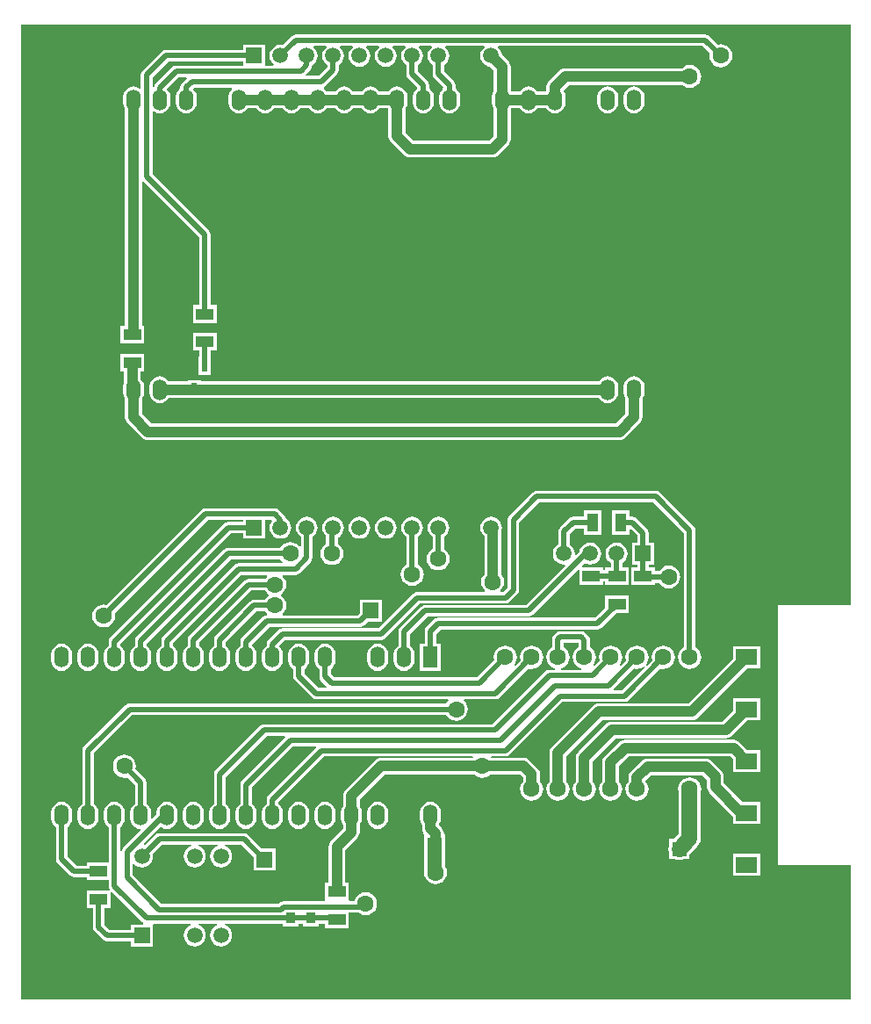
<source format=gbl>
G04 Layer_Physical_Order=2*
G04 Layer_Color=16711680*
%FSLAX25Y25*%
%MOIN*%
G70*
G01*
G75*
%ADD10R,0.06693X0.04331*%
%ADD15C,0.01969*%
%ADD16C,0.03937*%
%ADD17C,0.05906*%
%ADD18C,0.05315*%
%ADD19R,0.05315X0.05315*%
%ADD20C,0.07874*%
%ADD21R,0.05906X0.05906*%
%ADD22C,0.05906*%
%ADD23R,0.05906X0.05906*%
%ADD24R,0.07874X0.07874*%
%ADD25C,0.06299*%
%ADD26R,0.06299X0.06299*%
%ADD27C,0.15748*%
%ADD28O,0.05512X0.07874*%
%ADD29R,0.05512X0.07874*%
%ADD30O,0.05512X0.07874*%
%ADD31R,0.07874X0.05906*%
%ADD32R,0.04331X0.06693*%
%ADD33R,0.02362X0.04528*%
%ADD34R,0.05512X0.12992*%
%ADD35R,0.03740X0.03937*%
G36*
X314961Y200787D02*
Y149606D01*
X287402D01*
Y51181D01*
X314961D01*
Y0D01*
X0D01*
Y200787D01*
Y370079D01*
X314961D01*
Y200787D01*
D02*
G37*
%LPC*%
G36*
X115512Y135073D02*
X114484Y134938D01*
X113526Y134541D01*
X112704Y133910D01*
X112073Y133088D01*
X111676Y132130D01*
X111541Y131102D01*
Y128740D01*
X111676Y127712D01*
X112073Y126755D01*
X112704Y125932D01*
X113304Y125472D01*
Y122677D01*
X113472Y121832D01*
X113951Y121116D01*
X116217Y118850D01*
X116010Y118350D01*
X113119D01*
X107720Y123749D01*
Y125472D01*
X108320Y125932D01*
X108951Y126755D01*
X109347Y127712D01*
X109483Y128740D01*
Y131102D01*
X109347Y132130D01*
X108951Y133088D01*
X108320Y133910D01*
X107497Y134541D01*
X106540Y134938D01*
X105512Y135073D01*
X104484Y134938D01*
X103526Y134541D01*
X102704Y133910D01*
X102073Y133088D01*
X101676Y132130D01*
X101541Y131102D01*
Y128740D01*
X101676Y127712D01*
X102073Y126755D01*
X102704Y125932D01*
X103304Y125472D01*
Y122835D01*
X103472Y121990D01*
X103951Y121274D01*
X110644Y114581D01*
X111360Y114102D01*
X112205Y113934D01*
X162282D01*
X162442Y113461D01*
X162266Y113325D01*
X161590Y112444D01*
X41339D01*
X40494Y112276D01*
X39777Y111797D01*
X23951Y95971D01*
X23472Y95254D01*
X23304Y94410D01*
Y74371D01*
X22704Y73910D01*
X22073Y73088D01*
X21676Y72130D01*
X21541Y71102D01*
Y68740D01*
X21676Y67712D01*
X22073Y66755D01*
X22704Y65932D01*
X23526Y65301D01*
X24484Y64904D01*
X25512Y64769D01*
X26540Y64904D01*
X27497Y65301D01*
X28320Y65932D01*
X28951Y66755D01*
X29348Y67712D01*
X29483Y68740D01*
Y71102D01*
X29348Y72130D01*
X28951Y73088D01*
X28320Y73910D01*
X27720Y74371D01*
Y93495D01*
X42253Y108028D01*
X161590D01*
X162266Y107148D01*
X163170Y106453D01*
X164224Y106017D01*
X165354Y105868D01*
X166485Y106017D01*
X167538Y106453D01*
X168443Y107148D01*
X169137Y108052D01*
X169574Y109106D01*
X169722Y110236D01*
X169574Y111367D01*
X169137Y112420D01*
X168443Y113325D01*
X168266Y113461D01*
X168427Y113934D01*
X180157D01*
X181002Y114102D01*
X181719Y114581D01*
X192836Y125698D01*
X193937Y125553D01*
X195068Y125702D01*
X196121Y126138D01*
X197026Y126833D01*
X197720Y127737D01*
X198156Y128791D01*
X198305Y129921D01*
X198156Y131052D01*
X197720Y132105D01*
X197026Y133010D01*
X196121Y133704D01*
X195068Y134141D01*
X193937Y134289D01*
X192806Y134141D01*
X191753Y133704D01*
X190848Y133010D01*
X190154Y132105D01*
X189718Y131052D01*
X189569Y129921D01*
X189714Y128820D01*
X187681Y126788D01*
X187621Y126787D01*
X187476Y126960D01*
X187371Y127283D01*
X187720Y127737D01*
X188156Y128791D01*
X188305Y129921D01*
X188156Y131052D01*
X187720Y132105D01*
X187026Y133010D01*
X186121Y133704D01*
X185068Y134141D01*
X183937Y134289D01*
X182807Y134141D01*
X181753Y133704D01*
X180848Y133010D01*
X180154Y132105D01*
X179718Y131052D01*
X179569Y129921D01*
X179714Y128820D01*
X173180Y122286D01*
X119025D01*
X117720Y123592D01*
Y125472D01*
X118320Y125932D01*
X118951Y126755D01*
X119348Y127712D01*
X119483Y128740D01*
Y131102D01*
X119348Y132130D01*
X118951Y133088D01*
X118320Y133910D01*
X117497Y134541D01*
X116540Y134938D01*
X115512Y135073D01*
D02*
G37*
G36*
X15512D02*
X14484Y134938D01*
X13526Y134541D01*
X12704Y133910D01*
X12073Y133088D01*
X11676Y132130D01*
X11541Y131102D01*
Y128740D01*
X11676Y127712D01*
X12073Y126755D01*
X12704Y125932D01*
X13526Y125301D01*
X14484Y124905D01*
X15512Y124769D01*
X16540Y124905D01*
X17497Y125301D01*
X18320Y125932D01*
X18951Y126755D01*
X19347Y127712D01*
X19483Y128740D01*
Y131102D01*
X19347Y132130D01*
X18951Y133088D01*
X18320Y133910D01*
X17497Y134541D01*
X16540Y134938D01*
X15512Y135073D01*
D02*
G37*
G36*
X280709Y114370D02*
X270472D01*
Y109611D01*
X266401Y105539D01*
X224409D01*
X223587Y105431D01*
X222821Y105113D01*
X222163Y104609D01*
X211691Y94136D01*
X211186Y93478D01*
X210869Y92712D01*
X210760Y91890D01*
Y82895D01*
X210154Y82105D01*
X209718Y81052D01*
X209569Y79921D01*
X209718Y78791D01*
X210154Y77737D01*
X210848Y76833D01*
X211753Y76138D01*
X212807Y75702D01*
X213937Y75553D01*
X215068Y75702D01*
X216121Y76138D01*
X217026Y76833D01*
X217720Y77737D01*
X218156Y78791D01*
X218305Y79921D01*
X218156Y81052D01*
X217720Y82105D01*
X217114Y82895D01*
Y90574D01*
X225725Y99185D01*
X267717D01*
X268539Y99294D01*
X269305Y99611D01*
X269963Y100116D01*
X275949Y106102D01*
X280709D01*
Y114370D01*
D02*
G37*
G36*
X270669Y98649D02*
X229331D01*
X228508Y98541D01*
X227742Y98224D01*
X227084Y97719D01*
X221691Y92325D01*
X221186Y91667D01*
X220868Y90901D01*
X220760Y90079D01*
Y82895D01*
X220154Y82105D01*
X219718Y81052D01*
X219569Y79921D01*
X219718Y78791D01*
X220154Y77737D01*
X220848Y76833D01*
X221753Y76138D01*
X222807Y75702D01*
X223937Y75553D01*
X225067Y75702D01*
X226121Y76138D01*
X227026Y76833D01*
X227720Y77737D01*
X228156Y78791D01*
X228305Y79921D01*
X228156Y81052D01*
X227720Y82105D01*
X227114Y82895D01*
Y88763D01*
X230647Y92296D01*
X269353D01*
X270472Y91177D01*
Y86417D01*
X280709D01*
Y94685D01*
X275949D01*
X272916Y97719D01*
X272258Y98224D01*
X271492Y98541D01*
X270669Y98649D01*
D02*
G37*
G36*
X230906Y153543D02*
X221850D01*
Y148792D01*
X217983Y144924D01*
X158465D01*
X157620Y144756D01*
X156903Y144278D01*
X153951Y141325D01*
X153472Y140609D01*
X153304Y139764D01*
Y135039D01*
X151575D01*
Y124803D01*
X159449D01*
Y135039D01*
X157720D01*
Y138849D01*
X159379Y140509D01*
X218898D01*
X219742Y140677D01*
X220459Y141155D01*
X226154Y146850D01*
X230906D01*
Y153543D01*
D02*
G37*
G36*
X212795Y139806D02*
X204724D01*
X203879Y139638D01*
X203163Y139160D01*
X202376Y138372D01*
X201897Y137656D01*
X201729Y136811D01*
Y133686D01*
X200848Y133010D01*
X200154Y132105D01*
X199718Y131052D01*
X199569Y129921D01*
X199718Y128791D01*
X200154Y127737D01*
X200848Y126833D01*
X201753Y126138D01*
X202806Y125702D01*
X202684Y125239D01*
X200787D01*
X199943Y125071D01*
X199226Y124593D01*
X179204Y104570D01*
X92520D01*
X91675Y104402D01*
X90959Y103923D01*
X73951Y86915D01*
X73472Y86199D01*
X73304Y85354D01*
Y74371D01*
X72704Y73910D01*
X72073Y73088D01*
X71676Y72130D01*
X71541Y71102D01*
Y68740D01*
X71676Y67712D01*
X72073Y66755D01*
X72704Y65932D01*
X73526Y65301D01*
X74484Y64904D01*
X75512Y64769D01*
X76540Y64904D01*
X77497Y65301D01*
X78320Y65932D01*
X78951Y66755D01*
X79347Y67712D01*
X79483Y68740D01*
Y71102D01*
X79347Y72130D01*
X78951Y73088D01*
X78320Y73910D01*
X77720Y74371D01*
Y84440D01*
X93434Y100154D01*
X100262D01*
X100469Y99654D01*
X83951Y83136D01*
X83472Y82420D01*
X83304Y81575D01*
Y74371D01*
X82704Y73910D01*
X82073Y73088D01*
X81676Y72130D01*
X81541Y71102D01*
Y68740D01*
X81676Y67712D01*
X82073Y66755D01*
X82704Y65932D01*
X83526Y65301D01*
X84484Y64904D01*
X85512Y64769D01*
X86540Y64904D01*
X87497Y65301D01*
X88320Y65932D01*
X88951Y66755D01*
X89347Y67712D01*
X89483Y68740D01*
Y71102D01*
X89347Y72130D01*
X88951Y73088D01*
X88320Y73910D01*
X87720Y74371D01*
Y80660D01*
X103277Y96217D01*
X112073D01*
X112280Y95717D01*
X93951Y77388D01*
X93472Y76672D01*
X93304Y75827D01*
Y74371D01*
X92704Y73910D01*
X92073Y73088D01*
X91676Y72130D01*
X91541Y71102D01*
Y68740D01*
X91676Y67712D01*
X92073Y66755D01*
X92704Y65932D01*
X93526Y65301D01*
X94484Y64904D01*
X95512Y64769D01*
X96540Y64904D01*
X97497Y65301D01*
X98320Y65932D01*
X98951Y66755D01*
X99348Y67712D01*
X99483Y68740D01*
Y71102D01*
X99348Y72130D01*
X98951Y73088D01*
X98320Y73910D01*
X97720Y74371D01*
Y74912D01*
X115088Y92280D01*
X171531D01*
X171788Y91780D01*
X171773Y91760D01*
X136811D01*
X135989Y91651D01*
X135223Y91334D01*
X134565Y90829D01*
X123266Y79530D01*
X122761Y78872D01*
X122443Y78106D01*
X122335Y77284D01*
Y73430D01*
X122073Y73088D01*
X121676Y72130D01*
X121541Y71102D01*
Y68740D01*
X121676Y67712D01*
X122073Y66755D01*
X122335Y66413D01*
Y64820D01*
X117832Y60317D01*
X117328Y59659D01*
X117010Y58893D01*
X116902Y58071D01*
Y44390D01*
X115551D01*
Y37846D01*
X115551Y37697D01*
X115197Y37346D01*
X99792D01*
X98947Y37178D01*
X98231Y36699D01*
X97893Y36361D01*
X53375D01*
X42562Y47174D01*
Y51313D01*
X43036Y51474D01*
X43075Y51422D01*
X43939Y50759D01*
X44945Y50343D01*
X46024Y50200D01*
X47103Y50343D01*
X48108Y50759D01*
X48972Y51422D01*
X49635Y52285D01*
X50051Y53291D01*
X50193Y54370D01*
X50071Y55295D01*
X53592Y58816D01*
X64648D01*
X64747Y58316D01*
X63939Y57981D01*
X63075Y57318D01*
X62413Y56455D01*
X61996Y55449D01*
X61854Y54370D01*
X61996Y53291D01*
X62413Y52285D01*
X63075Y51422D01*
X63939Y50759D01*
X64944Y50343D01*
X66024Y50200D01*
X67103Y50343D01*
X68108Y50759D01*
X68972Y51422D01*
X69634Y52285D01*
X70051Y53291D01*
X70193Y54370D01*
X70051Y55449D01*
X69634Y56455D01*
X68972Y57318D01*
X68108Y57981D01*
X67300Y58316D01*
X67399Y58816D01*
X74648D01*
X74747Y58316D01*
X73939Y57981D01*
X73075Y57318D01*
X72413Y56455D01*
X71996Y55449D01*
X71854Y54370D01*
X71996Y53291D01*
X72413Y52285D01*
X73075Y51422D01*
X73939Y50759D01*
X74945Y50343D01*
X76024Y50200D01*
X77103Y50343D01*
X78108Y50759D01*
X78972Y51422D01*
X79634Y52285D01*
X80051Y53291D01*
X80193Y54370D01*
X80051Y55449D01*
X79634Y56455D01*
X78972Y57318D01*
X78108Y57981D01*
X77300Y58316D01*
X77399Y58816D01*
X83731D01*
X88386Y54161D01*
Y49016D01*
X96653D01*
Y57284D01*
X91508D01*
X86207Y62585D01*
X85491Y63063D01*
X84646Y63231D01*
X52677D01*
X51832Y63063D01*
X51116Y62585D01*
X47102Y58570D01*
X46863Y58618D01*
X46698Y59160D01*
X53137Y65600D01*
X53526Y65301D01*
X54484Y64904D01*
X55512Y64769D01*
X56540Y64904D01*
X57497Y65301D01*
X58320Y65932D01*
X58951Y66755D01*
X59347Y67712D01*
X59483Y68740D01*
Y71102D01*
X59347Y72130D01*
X58951Y73088D01*
X58320Y73910D01*
X57497Y74541D01*
X56540Y74938D01*
X55512Y75073D01*
X54484Y74938D01*
X53526Y74541D01*
X52704Y73910D01*
X52073Y73088D01*
X51676Y72130D01*
X51541Y71102D01*
Y70248D01*
X49947Y68654D01*
X49483Y68897D01*
Y71102D01*
X49347Y72130D01*
X48951Y73088D01*
X48320Y73910D01*
X47720Y74371D01*
Y82441D01*
X47552Y83286D01*
X47073Y84002D01*
X43593Y87482D01*
X43738Y88583D01*
X43589Y89713D01*
X43153Y90767D01*
X42459Y91671D01*
X41554Y92365D01*
X40501Y92802D01*
X39370Y92951D01*
X38239Y92802D01*
X37186Y92365D01*
X36281Y91671D01*
X35587Y90767D01*
X35151Y89713D01*
X35002Y88583D01*
X35151Y87452D01*
X35587Y86399D01*
X36281Y85494D01*
X37186Y84800D01*
X38239Y84363D01*
X39370Y84215D01*
X40471Y84360D01*
X43304Y81526D01*
Y74371D01*
X42704Y73910D01*
X42073Y73088D01*
X41676Y72130D01*
X41541Y71102D01*
Y68740D01*
X41676Y67712D01*
X42073Y66755D01*
X42704Y65932D01*
X43526Y65301D01*
X44484Y64904D01*
X45373Y64787D01*
X45611Y64317D01*
X38793Y57500D01*
X38315Y56784D01*
X38220Y56306D01*
X37720Y56355D01*
Y65472D01*
X38320Y65932D01*
X38951Y66755D01*
X39347Y67712D01*
X39483Y68740D01*
Y71102D01*
X39347Y72130D01*
X38951Y73088D01*
X38320Y73910D01*
X37497Y74541D01*
X36540Y74938D01*
X35512Y75073D01*
X34484Y74938D01*
X33526Y74541D01*
X32704Y73910D01*
X32073Y73088D01*
X31676Y72130D01*
X31541Y71102D01*
Y68740D01*
X31676Y67712D01*
X32073Y66755D01*
X32704Y65932D01*
X33304Y65472D01*
Y51968D01*
X25000D01*
Y50830D01*
X21190D01*
X17720Y54300D01*
Y65472D01*
X18320Y65932D01*
X18951Y66755D01*
X19347Y67712D01*
X19483Y68740D01*
Y71102D01*
X19347Y72130D01*
X18951Y73088D01*
X18320Y73910D01*
X17497Y74541D01*
X16540Y74938D01*
X15512Y75073D01*
X14484Y74938D01*
X13526Y74541D01*
X12704Y73910D01*
X12073Y73088D01*
X11676Y72130D01*
X11541Y71102D01*
Y68740D01*
X11676Y67712D01*
X12073Y66755D01*
X12704Y65932D01*
X13304Y65472D01*
Y53386D01*
X13472Y52541D01*
X13951Y51825D01*
X18714Y47061D01*
X19431Y46582D01*
X20276Y46414D01*
X25000D01*
Y45276D01*
X33304D01*
Y43228D01*
X33472Y42384D01*
X33836Y41839D01*
X33628Y41375D01*
X33587Y41339D01*
X25000D01*
Y34646D01*
X27320D01*
Y27559D01*
X27488Y26714D01*
X27966Y25998D01*
X31155Y22809D01*
X31872Y22330D01*
X32717Y22162D01*
X41890D01*
Y20236D01*
X50157D01*
Y28296D01*
X50157Y28504D01*
X50536Y28796D01*
X64600D01*
X64700Y28296D01*
X63939Y27981D01*
X63075Y27318D01*
X62413Y26455D01*
X61996Y25449D01*
X61854Y24370D01*
X61996Y23291D01*
X62413Y22285D01*
X63075Y21422D01*
X63939Y20759D01*
X64944Y20343D01*
X66024Y20201D01*
X67103Y20343D01*
X68108Y20759D01*
X68972Y21422D01*
X69634Y22285D01*
X70051Y23291D01*
X70193Y24370D01*
X70051Y25449D01*
X69634Y26455D01*
X68972Y27318D01*
X68108Y27981D01*
X67347Y28296D01*
X67447Y28796D01*
X74600D01*
X74700Y28296D01*
X73939Y27981D01*
X73075Y27318D01*
X72413Y26455D01*
X71996Y25449D01*
X71854Y24370D01*
X71996Y23291D01*
X72413Y22285D01*
X73075Y21422D01*
X73939Y20759D01*
X74945Y20343D01*
X76024Y20201D01*
X77103Y20343D01*
X78108Y20759D01*
X78972Y21422D01*
X79634Y22285D01*
X80051Y23291D01*
X80193Y24370D01*
X80051Y25449D01*
X79634Y26455D01*
X78972Y27318D01*
X78108Y27981D01*
X77347Y28296D01*
X77447Y28796D01*
X99508D01*
Y27854D01*
X105610D01*
Y28796D01*
X106988D01*
Y27854D01*
X113091D01*
Y28796D01*
X115551D01*
Y27067D01*
X124606D01*
Y32930D01*
X128336D01*
X128721Y32634D01*
X129775Y32198D01*
X130905Y32049D01*
X132036Y32198D01*
X133090Y32634D01*
X133994Y33329D01*
X134688Y34233D01*
X135125Y35287D01*
X135274Y36417D01*
X135125Y37548D01*
X134688Y38601D01*
X133994Y39506D01*
X133090Y40200D01*
X132036Y40637D01*
X130905Y40785D01*
X129775Y40637D01*
X128721Y40200D01*
X127817Y39506D01*
X127123Y38601D01*
X126686Y37548D01*
X126660Y37346D01*
X124961D01*
X124606Y37697D01*
X124606Y37846D01*
Y44390D01*
X123256D01*
Y56755D01*
X127758Y61258D01*
X128263Y61915D01*
X128580Y62682D01*
X128689Y63504D01*
Y66413D01*
X128951Y66755D01*
X129348Y67712D01*
X129483Y68740D01*
Y71102D01*
X129348Y72130D01*
X128951Y73088D01*
X128689Y73430D01*
Y75968D01*
X138127Y85406D01*
X172223D01*
X173013Y84800D01*
X174066Y84364D01*
X175197Y84215D01*
X176327Y84364D01*
X177381Y84800D01*
X178171Y85406D01*
X189629D01*
X190760Y84275D01*
Y82895D01*
X190154Y82105D01*
X189718Y81052D01*
X189569Y79921D01*
X189718Y78791D01*
X190154Y77737D01*
X190848Y76833D01*
X191753Y76138D01*
X192806Y75702D01*
X193937Y75553D01*
X195068Y75702D01*
X196121Y76138D01*
X197026Y76833D01*
X197720Y77737D01*
X198156Y78791D01*
X198305Y79921D01*
X198156Y81052D01*
X197720Y82105D01*
X197114Y82895D01*
Y85590D01*
X197005Y86413D01*
X196688Y87179D01*
X196183Y87837D01*
X193191Y90829D01*
X192533Y91334D01*
X191767Y91651D01*
X190945Y91760D01*
X178621D01*
X178606Y91780D01*
X178863Y92280D01*
X184055D01*
X184900Y92449D01*
X185616Y92927D01*
X205639Y112950D01*
X229173D01*
X230018Y113118D01*
X230734Y113596D01*
X242836Y125698D01*
X243937Y125553D01*
X245068Y125702D01*
X246121Y126138D01*
X247026Y126833D01*
X247720Y127737D01*
X248156Y128791D01*
X248305Y129921D01*
X248156Y131052D01*
X247720Y132105D01*
X247026Y133010D01*
X246121Y133704D01*
X245068Y134141D01*
X243937Y134289D01*
X242807Y134141D01*
X241753Y133704D01*
X240848Y133010D01*
X240154Y132105D01*
X239718Y131052D01*
X239569Y129921D01*
X239714Y128820D01*
X237681Y126788D01*
X237621Y126787D01*
X237476Y126960D01*
X237371Y127283D01*
X237720Y127737D01*
X238156Y128791D01*
X238305Y129921D01*
X238156Y131052D01*
X237720Y132105D01*
X237026Y133010D01*
X236121Y133704D01*
X235068Y134141D01*
X233937Y134289D01*
X232806Y134141D01*
X231753Y133704D01*
X230848Y133010D01*
X230154Y132105D01*
X229718Y131052D01*
X229569Y129921D01*
X229714Y128820D01*
X227681Y126788D01*
X227621Y126787D01*
X227476Y126960D01*
X227371Y127283D01*
X227720Y127737D01*
X228156Y128791D01*
X228305Y129921D01*
X228156Y131052D01*
X227720Y132105D01*
X227026Y133010D01*
X226121Y133704D01*
X225067Y134141D01*
X223937Y134289D01*
X222807Y134141D01*
X221753Y133704D01*
X220848Y133010D01*
X220154Y132105D01*
X219718Y131052D01*
X219569Y129921D01*
X219714Y128820D01*
X217681Y126788D01*
X217621Y126787D01*
X217476Y126960D01*
X217371Y127283D01*
X217720Y127737D01*
X218156Y128791D01*
X218305Y129921D01*
X218156Y131052D01*
X217720Y132105D01*
X217026Y133010D01*
X216145Y133686D01*
Y136457D01*
X215977Y137302D01*
X215498Y138018D01*
X214356Y139160D01*
X213640Y139638D01*
X212795Y139806D01*
D02*
G37*
G36*
X25512Y135073D02*
X24484Y134938D01*
X23526Y134541D01*
X22704Y133910D01*
X22073Y133088D01*
X21676Y132130D01*
X21541Y131102D01*
Y128740D01*
X21676Y127712D01*
X22073Y126755D01*
X22704Y125932D01*
X23526Y125301D01*
X24484Y124905D01*
X25512Y124769D01*
X26540Y124905D01*
X27497Y125301D01*
X28320Y125932D01*
X28951Y126755D01*
X29348Y127712D01*
X29483Y128740D01*
Y131102D01*
X29348Y132130D01*
X28951Y133088D01*
X28320Y133910D01*
X27497Y134541D01*
X26540Y134938D01*
X25512Y135073D01*
D02*
G37*
G36*
X135512D02*
X134484Y134938D01*
X133526Y134541D01*
X132704Y133910D01*
X132073Y133088D01*
X131676Y132130D01*
X131541Y131102D01*
Y128740D01*
X131676Y127712D01*
X132073Y126755D01*
X132704Y125932D01*
X133526Y125301D01*
X134484Y124905D01*
X135512Y124769D01*
X136540Y124905D01*
X137497Y125301D01*
X138320Y125932D01*
X138951Y126755D01*
X139348Y127712D01*
X139483Y128740D01*
Y131102D01*
X139348Y132130D01*
X138951Y133088D01*
X138320Y133910D01*
X137497Y134541D01*
X136540Y134938D01*
X135512Y135073D01*
D02*
G37*
G36*
X280709Y134055D02*
X270472D01*
Y129296D01*
X253605Y112429D01*
X219488D01*
X218666Y112320D01*
X217900Y112003D01*
X217242Y111498D01*
X201691Y95947D01*
X201186Y95289D01*
X200869Y94523D01*
X200760Y93701D01*
Y82895D01*
X200154Y82105D01*
X199718Y81052D01*
X199569Y79921D01*
X199718Y78791D01*
X200154Y77737D01*
X200848Y76833D01*
X201753Y76138D01*
X202806Y75702D01*
X203937Y75553D01*
X205067Y75702D01*
X206121Y76138D01*
X207026Y76833D01*
X207720Y77737D01*
X208156Y78791D01*
X208305Y79921D01*
X208156Y81052D01*
X207720Y82105D01*
X207114Y82895D01*
Y92385D01*
X220804Y106075D01*
X254921D01*
X255744Y106183D01*
X256510Y106501D01*
X257168Y107006D01*
X275949Y125787D01*
X280709D01*
Y134055D01*
D02*
G37*
G36*
X253937Y84289D02*
X252806Y84140D01*
X251753Y83704D01*
X250848Y83010D01*
X250154Y82105D01*
X249718Y81052D01*
X249569Y79921D01*
X249718Y78791D01*
X249767Y78671D01*
Y62751D01*
X247942Y60925D01*
X246161D01*
Y58622D01*
X245973Y58166D01*
X245830Y57087D01*
X245973Y56007D01*
X246161Y55551D01*
Y53248D01*
X248465D01*
X248921Y53059D01*
X250000Y52917D01*
X251079Y53059D01*
X251535Y53248D01*
X253839D01*
Y55029D01*
X256885Y58075D01*
X257548Y58939D01*
X257964Y59944D01*
X258106Y61024D01*
Y78671D01*
X258156Y78791D01*
X258305Y79921D01*
X258156Y81052D01*
X257720Y82105D01*
X257026Y83010D01*
X256121Y83704D01*
X255067Y84140D01*
X253937Y84289D01*
D02*
G37*
G36*
X65512Y75073D02*
X64484Y74938D01*
X63526Y74541D01*
X62704Y73910D01*
X62073Y73088D01*
X61676Y72130D01*
X61541Y71102D01*
Y68740D01*
X61676Y67712D01*
X62073Y66755D01*
X62704Y65932D01*
X63526Y65301D01*
X64484Y64904D01*
X65512Y64769D01*
X66540Y64904D01*
X67497Y65301D01*
X68320Y65932D01*
X68951Y66755D01*
X69348Y67712D01*
X69483Y68740D01*
Y71102D01*
X69348Y72130D01*
X68951Y73088D01*
X68320Y73910D01*
X67497Y74541D01*
X66540Y74938D01*
X65512Y75073D01*
D02*
G37*
G36*
X155512D02*
X154484Y74938D01*
X153526Y74541D01*
X152704Y73910D01*
X152073Y73088D01*
X151676Y72130D01*
X151541Y71102D01*
Y68740D01*
X151676Y67712D01*
X152073Y66755D01*
X152335Y66413D01*
Y64961D01*
X152443Y64138D01*
X152761Y63372D01*
X152903Y63186D01*
X153150Y62795D01*
X153150D01*
X153150Y62795D01*
Y48512D01*
X153112Y48228D01*
X153150Y47945D01*
Y47441D01*
X153216D01*
X153261Y47098D01*
X153698Y46044D01*
X154392Y45140D01*
X155296Y44445D01*
X156350Y44009D01*
X157480Y43860D01*
X158611Y44009D01*
X159664Y44445D01*
X160569Y45140D01*
X161263Y46044D01*
X161699Y47098D01*
X161848Y48228D01*
X161699Y49359D01*
X161263Y50412D01*
X161024Y50725D01*
Y62795D01*
X160657D01*
Y62992D01*
X160549Y63814D01*
X160231Y64581D01*
X159727Y65238D01*
X158689Y66277D01*
Y66413D01*
X158951Y66755D01*
X159347Y67712D01*
X159483Y68740D01*
Y71102D01*
X159347Y72130D01*
X158951Y73088D01*
X158320Y73910D01*
X157497Y74541D01*
X156540Y74938D01*
X155512Y75073D01*
D02*
G37*
G36*
X280709Y55315D02*
X270472D01*
Y47047D01*
X280709D01*
Y55315D01*
D02*
G37*
G36*
X135512Y75073D02*
X134484Y74938D01*
X133526Y74541D01*
X132704Y73910D01*
X132073Y73088D01*
X131676Y72130D01*
X131541Y71102D01*
Y68740D01*
X131676Y67712D01*
X132073Y66755D01*
X132704Y65932D01*
X133526Y65301D01*
X134484Y64904D01*
X135512Y64769D01*
X136540Y64904D01*
X137497Y65301D01*
X138320Y65932D01*
X138951Y66755D01*
X139348Y67712D01*
X139483Y68740D01*
Y71102D01*
X139348Y72130D01*
X138951Y73088D01*
X138320Y73910D01*
X137497Y74541D01*
X136540Y74938D01*
X135512Y75073D01*
D02*
G37*
G36*
X260039Y91563D02*
X237992D01*
X237170Y91454D01*
X236404Y91137D01*
X235746Y90632D01*
X231691Y86577D01*
X231186Y85919D01*
X230869Y85153D01*
X230760Y84331D01*
Y82895D01*
X230154Y82105D01*
X229718Y81052D01*
X229569Y79921D01*
X229718Y78791D01*
X230154Y77737D01*
X230848Y76833D01*
X231753Y76138D01*
X232806Y75702D01*
X233937Y75553D01*
X235068Y75702D01*
X236121Y76138D01*
X237026Y76833D01*
X237720Y77737D01*
X238156Y78791D01*
X238305Y79921D01*
X238156Y81052D01*
X237720Y82105D01*
X237114Y82895D01*
Y83015D01*
X239308Y85209D01*
X258723D01*
X260603Y83330D01*
Y80709D01*
X260711Y79887D01*
X261028Y79120D01*
X261533Y78462D01*
X270472Y69523D01*
Y66732D01*
X280709D01*
Y75000D01*
X273981D01*
X266956Y82025D01*
Y84646D01*
X266848Y85468D01*
X266531Y86234D01*
X266026Y86892D01*
X262286Y90632D01*
X261628Y91137D01*
X260862Y91454D01*
X260039Y91563D01*
D02*
G37*
G36*
X105512Y75073D02*
X104484Y74938D01*
X103526Y74541D01*
X102704Y73910D01*
X102073Y73088D01*
X101676Y72130D01*
X101541Y71102D01*
Y68740D01*
X101676Y67712D01*
X102073Y66755D01*
X102704Y65932D01*
X103526Y65301D01*
X104484Y64904D01*
X105512Y64769D01*
X106540Y64904D01*
X107497Y65301D01*
X108320Y65932D01*
X108951Y66755D01*
X109347Y67712D01*
X109483Y68740D01*
Y71102D01*
X109347Y72130D01*
X108951Y73088D01*
X108320Y73910D01*
X107497Y74541D01*
X106540Y74938D01*
X105512Y75073D01*
D02*
G37*
G36*
X115512D02*
X114484Y74938D01*
X113526Y74541D01*
X112704Y73910D01*
X112073Y73088D01*
X111676Y72130D01*
X111541Y71102D01*
Y68740D01*
X111676Y67712D01*
X112073Y66755D01*
X112704Y65932D01*
X113526Y65301D01*
X114484Y64904D01*
X115512Y64769D01*
X116540Y64904D01*
X117497Y65301D01*
X118320Y65932D01*
X118951Y66755D01*
X119348Y67712D01*
X119483Y68740D01*
Y71102D01*
X119348Y72130D01*
X118951Y73088D01*
X118320Y73910D01*
X117497Y74541D01*
X116540Y74938D01*
X115512Y75073D01*
D02*
G37*
G36*
X241142Y193153D02*
X195866D01*
X195021Y192985D01*
X194305Y192506D01*
X185447Y183648D01*
X184968Y182931D01*
X184800Y182087D01*
Y156426D01*
X183141Y154767D01*
X182207D01*
X182046Y155240D01*
X182223Y155376D01*
X182917Y156281D01*
X183353Y157334D01*
X183502Y158465D01*
X183353Y159595D01*
X182917Y160649D01*
X182311Y161439D01*
Y177332D01*
X182610Y178055D01*
X182752Y179134D01*
X182610Y180213D01*
X182194Y181219D01*
X181531Y182082D01*
X180667Y182745D01*
X179662Y183161D01*
X178583Y183303D01*
X177504Y183161D01*
X176498Y182745D01*
X175634Y182082D01*
X174972Y181219D01*
X174555Y180213D01*
X174413Y179134D01*
X174555Y178055D01*
X174972Y177049D01*
X175634Y176186D01*
X175957Y175938D01*
Y161439D01*
X175351Y160649D01*
X174915Y159595D01*
X174766Y158465D01*
X174915Y157334D01*
X175351Y156281D01*
X176045Y155376D01*
X176222Y155240D01*
X176061Y154767D01*
X150591D01*
X149746Y154599D01*
X149029Y154120D01*
X135897Y140987D01*
X99410D01*
X98565Y140819D01*
X97848Y140341D01*
X93951Y136443D01*
X93472Y135727D01*
X93304Y134882D01*
Y134371D01*
X92704Y133910D01*
X92073Y133088D01*
X91676Y132130D01*
X91541Y131102D01*
Y128740D01*
X91676Y127712D01*
X92073Y126755D01*
X92704Y125932D01*
X93526Y125301D01*
X94484Y124905D01*
X95512Y124769D01*
X96540Y124905D01*
X97497Y125301D01*
X98320Y125932D01*
X98951Y126755D01*
X99348Y127712D01*
X99483Y128740D01*
Y131102D01*
X99348Y132130D01*
X98951Y133088D01*
X98320Y133910D01*
X98249Y133965D01*
X98216Y134464D01*
X100324Y136572D01*
X136811D01*
X137656Y136740D01*
X138372Y137218D01*
X151505Y150351D01*
X184055D01*
X184900Y150519D01*
X185616Y150998D01*
X188569Y153951D01*
X189048Y154667D01*
X189216Y155512D01*
Y181172D01*
X196781Y188737D01*
X240227D01*
X251729Y177235D01*
Y133686D01*
X250848Y133010D01*
X250154Y132105D01*
X249718Y131052D01*
X249569Y129921D01*
X249718Y128791D01*
X250154Y127737D01*
X250848Y126833D01*
X251753Y126138D01*
X252806Y125702D01*
X253937Y125553D01*
X255067Y125702D01*
X256121Y126138D01*
X257026Y126833D01*
X257720Y127737D01*
X258156Y128791D01*
X258305Y129921D01*
X258156Y131052D01*
X257720Y132105D01*
X257026Y133010D01*
X256145Y133686D01*
Y178150D01*
X255977Y178995D01*
X255498Y179711D01*
X242703Y192506D01*
X241987Y192985D01*
X241142Y193153D01*
D02*
G37*
G36*
X46850Y245079D02*
X37795D01*
Y238386D01*
X39146D01*
Y234194D01*
X38960Y233744D01*
X38824Y232716D01*
Y230354D01*
X38960Y229327D01*
X39356Y228369D01*
X39619Y228027D01*
Y220984D01*
X39727Y220162D01*
X40044Y219396D01*
X40549Y218738D01*
X45982Y213305D01*
X46640Y212800D01*
X47406Y212483D01*
X48228Y212374D01*
X227362D01*
X228184Y212483D01*
X228951Y212800D01*
X229608Y213305D01*
X235042Y218738D01*
X235546Y219396D01*
X235864Y220162D01*
X235972Y220984D01*
Y228027D01*
X236234Y228369D01*
X236631Y229327D01*
X236766Y230354D01*
Y232716D01*
X236631Y233744D01*
X236234Y234702D01*
X235603Y235524D01*
X234781Y236156D01*
X233823Y236552D01*
X232795Y236687D01*
X231768Y236552D01*
X230810Y236156D01*
X229987Y235524D01*
X229356Y234702D01*
X228960Y233744D01*
X228824Y232716D01*
Y230354D01*
X228960Y229327D01*
X229356Y228369D01*
X229619Y228027D01*
Y222300D01*
X226046Y218728D01*
X49544D01*
X45972Y222300D01*
Y228027D01*
X46234Y228369D01*
X46631Y229327D01*
X46766Y230354D01*
Y232716D01*
X46631Y233744D01*
X46234Y234702D01*
X45603Y235524D01*
X45500Y235604D01*
Y238386D01*
X46850D01*
Y245079D01*
D02*
G37*
G36*
X222795Y236687D02*
X221767Y236552D01*
X220810Y236156D01*
X219987Y235524D01*
X219364Y234712D01*
X68307D01*
Y235236D01*
X63583D01*
Y234712D01*
X56226D01*
X55603Y235524D01*
X54781Y236156D01*
X53823Y236552D01*
X52795Y236687D01*
X51767Y236552D01*
X50810Y236156D01*
X49987Y235524D01*
X49356Y234702D01*
X48960Y233744D01*
X48824Y232716D01*
Y230354D01*
X48960Y229327D01*
X49356Y228369D01*
X49987Y227546D01*
X50810Y226915D01*
X51767Y226519D01*
X52795Y226383D01*
X53823Y226519D01*
X54781Y226915D01*
X55603Y227546D01*
X56226Y228359D01*
X63583D01*
Y228346D01*
X68307D01*
Y228359D01*
X219364D01*
X219987Y227546D01*
X220810Y226915D01*
X221767Y226519D01*
X222795Y226383D01*
X223823Y226519D01*
X224781Y226915D01*
X225603Y227546D01*
X226234Y228369D01*
X226631Y229327D01*
X226766Y230354D01*
Y232716D01*
X226631Y233744D01*
X226234Y234702D01*
X225603Y235524D01*
X224781Y236156D01*
X223823Y236552D01*
X222795Y236687D01*
D02*
G37*
G36*
X138583Y183303D02*
X137504Y183161D01*
X136498Y182745D01*
X135634Y182082D01*
X134972Y181219D01*
X134555Y180213D01*
X134413Y179134D01*
X134555Y178055D01*
X134972Y177049D01*
X135634Y176186D01*
X136498Y175523D01*
X137504Y175106D01*
X138583Y174964D01*
X139662Y175106D01*
X140667Y175523D01*
X141531Y176186D01*
X142194Y177049D01*
X142610Y178055D01*
X142752Y179134D01*
X142610Y180213D01*
X142194Y181219D01*
X141531Y182082D01*
X140667Y182745D01*
X139662Y183161D01*
X138583Y183303D01*
D02*
G37*
G36*
X220472Y185630D02*
X213779D01*
Y183310D01*
X209646D01*
X208801Y183142D01*
X208085Y182664D01*
X204659Y179238D01*
X204181Y178522D01*
X204013Y177677D01*
Y172808D01*
X203272Y172240D01*
X202610Y171376D01*
X202193Y170370D01*
X202051Y169291D01*
X202193Y168212D01*
X202610Y167207D01*
X203272Y166343D01*
X204136Y165680D01*
X205141Y165264D01*
X206221Y165122D01*
X206621Y165174D01*
X206854Y164701D01*
X191999Y149846D01*
X153543D01*
X152698Y149678D01*
X151982Y149199D01*
X143951Y141167D01*
X143472Y140451D01*
X143304Y139606D01*
Y134371D01*
X142704Y133910D01*
X142073Y133088D01*
X141676Y132130D01*
X141541Y131102D01*
Y128740D01*
X141676Y127712D01*
X142073Y126755D01*
X142704Y125932D01*
X143526Y125301D01*
X144484Y124905D01*
X145512Y124769D01*
X146540Y124905D01*
X147497Y125301D01*
X148320Y125932D01*
X148951Y126755D01*
X149347Y127712D01*
X149483Y128740D01*
Y131102D01*
X149347Y132130D01*
X148951Y133088D01*
X148320Y133910D01*
X147720Y134371D01*
Y138692D01*
X154458Y145430D01*
X192913D01*
X193758Y145598D01*
X194474Y146077D01*
X211546Y163148D01*
X212008Y162957D01*
Y157480D01*
X221063D01*
Y158619D01*
X221850D01*
Y157480D01*
X230906D01*
Y164173D01*
X228428D01*
Y165775D01*
X229169Y166343D01*
X229831Y167207D01*
X230248Y168212D01*
X230390Y169291D01*
X230248Y170370D01*
X229831Y171376D01*
X229169Y172240D01*
X228305Y172902D01*
X227300Y173319D01*
X226220Y173461D01*
X225141Y173319D01*
X224136Y172902D01*
X223272Y172240D01*
X222610Y171376D01*
X222193Y170370D01*
X222051Y169291D01*
X222193Y168212D01*
X222610Y167207D01*
X223272Y166343D01*
X224013Y165775D01*
Y164173D01*
X221850D01*
Y163034D01*
X221063D01*
Y164173D01*
X213224D01*
X213033Y164635D01*
X214103Y165705D01*
X214136Y165680D01*
X215141Y165264D01*
X216220Y165122D01*
X217300Y165264D01*
X218305Y165680D01*
X219169Y166343D01*
X219831Y167207D01*
X220248Y168212D01*
X220390Y169291D01*
X220248Y170370D01*
X219831Y171376D01*
X219169Y172240D01*
X218305Y172902D01*
X217300Y173319D01*
X216220Y173461D01*
X215141Y173319D01*
X214136Y172902D01*
X213272Y172240D01*
X212610Y171376D01*
X212193Y170370D01*
X212143Y169990D01*
X210811Y168658D01*
X210337Y168891D01*
X210390Y169291D01*
X210248Y170370D01*
X209831Y171376D01*
X209169Y172240D01*
X208428Y172808D01*
Y176763D01*
X210560Y178895D01*
X213779D01*
Y176575D01*
X220472D01*
Y185630D01*
D02*
G37*
G36*
X232795Y346688D02*
X231768Y346552D01*
X230810Y346156D01*
X229987Y345524D01*
X229356Y344702D01*
X228960Y343744D01*
X228824Y342717D01*
Y340354D01*
X228960Y339327D01*
X229356Y338369D01*
X229987Y337546D01*
X230810Y336915D01*
X231768Y336519D01*
X232795Y336383D01*
X233823Y336519D01*
X234781Y336915D01*
X235603Y337546D01*
X236234Y338369D01*
X236631Y339327D01*
X236766Y340354D01*
Y342717D01*
X236631Y343744D01*
X236234Y344702D01*
X235603Y345524D01*
X234781Y346156D01*
X233823Y346552D01*
X232795Y346688D01*
D02*
G37*
G36*
X259842Y366381D02*
X104488D01*
X103643Y366213D01*
X102927Y365734D01*
X99508Y362315D01*
X98583Y362437D01*
X97504Y362295D01*
X96498Y361879D01*
X95634Y361216D01*
X94972Y360352D01*
X94555Y359347D01*
X94413Y358268D01*
X94555Y357189D01*
X94972Y356183D01*
X95634Y355319D01*
X95960Y355070D01*
X95790Y354570D01*
X92716D01*
Y362402D01*
X84449D01*
Y360475D01*
X55118D01*
X54273Y360307D01*
X53557Y359829D01*
X46250Y352522D01*
X45771Y351805D01*
X45603Y350961D01*
Y346155D01*
X45103Y345908D01*
X44781Y346156D01*
X43823Y346552D01*
X42795Y346688D01*
X41767Y346552D01*
X40810Y346156D01*
X39987Y345524D01*
X39356Y344702D01*
X38960Y343744D01*
X38824Y342717D01*
Y340354D01*
X38960Y339327D01*
X39356Y338369D01*
X39619Y338027D01*
Y255709D01*
X37795D01*
Y249016D01*
X46850D01*
Y255709D01*
X45972D01*
Y310435D01*
X46472Y310642D01*
X67674Y289440D01*
Y263583D01*
X65354D01*
Y256890D01*
X74409D01*
Y263583D01*
X72090D01*
Y290354D01*
X71922Y291199D01*
X71443Y291915D01*
X50019Y313340D01*
Y336957D01*
X50467Y337178D01*
X50810Y336915D01*
X51767Y336519D01*
X52795Y336383D01*
X53823Y336519D01*
X54781Y336915D01*
X55603Y337546D01*
X56234Y338369D01*
X56631Y339327D01*
X56766Y340354D01*
Y342717D01*
X56631Y343744D01*
X56234Y344702D01*
X55603Y345524D01*
X55587Y345772D01*
X59970Y350154D01*
X62861D01*
X63068Y349654D01*
X61234Y347821D01*
X60756Y347105D01*
X60588Y346260D01*
Y345985D01*
X59987Y345524D01*
X59356Y344702D01*
X58960Y343744D01*
X58824Y342717D01*
Y340354D01*
X58960Y339327D01*
X59356Y338369D01*
X59987Y337546D01*
X60810Y336915D01*
X61768Y336519D01*
X62795Y336383D01*
X63823Y336519D01*
X64781Y336915D01*
X65603Y337546D01*
X66234Y338369D01*
X66631Y339327D01*
X66766Y340354D01*
Y342717D01*
X66631Y343744D01*
X66234Y344702D01*
X65603Y345524D01*
X65583Y345839D01*
X65946Y346217D01*
X80069D01*
X80239Y345717D01*
X79987Y345524D01*
X79356Y344702D01*
X78960Y343744D01*
X78824Y342717D01*
Y340354D01*
X78960Y339327D01*
X79356Y338369D01*
X79987Y337546D01*
X80810Y336915D01*
X81767Y336519D01*
X82795Y336383D01*
X83823Y336519D01*
X84781Y336915D01*
X85603Y337546D01*
X86226Y338359D01*
X89364D01*
X89987Y337546D01*
X90810Y336915D01*
X91768Y336519D01*
X92795Y336383D01*
X93823Y336519D01*
X94781Y336915D01*
X95603Y337546D01*
X96226Y338359D01*
X99364D01*
X99987Y337546D01*
X100810Y336915D01*
X101768Y336519D01*
X102795Y336383D01*
X103823Y336519D01*
X104781Y336915D01*
X105603Y337546D01*
X106226Y338359D01*
X109364D01*
X109987Y337546D01*
X110810Y336915D01*
X111767Y336519D01*
X112795Y336383D01*
X113823Y336519D01*
X114781Y336915D01*
X115603Y337546D01*
X116226Y338359D01*
X119364D01*
X119987Y337546D01*
X120810Y336915D01*
X121767Y336519D01*
X122795Y336383D01*
X123823Y336519D01*
X124781Y336915D01*
X125603Y337546D01*
X126226Y338359D01*
X129364D01*
X129987Y337546D01*
X130810Y336915D01*
X131767Y336519D01*
X132795Y336383D01*
X133823Y336519D01*
X134781Y336915D01*
X135603Y337546D01*
X136226Y338359D01*
X139364D01*
X139619Y338027D01*
Y327677D01*
X139727Y326855D01*
X140044Y326089D01*
X140549Y325431D01*
X145391Y320588D01*
X146049Y320083D01*
X146816Y319766D01*
X147638Y319658D01*
X179134D01*
X179956Y319766D01*
X180722Y320083D01*
X181380Y320588D01*
X185042Y324250D01*
X185547Y324908D01*
X185864Y325674D01*
X185972Y326496D01*
Y338027D01*
X186226Y338359D01*
X189364D01*
X189987Y337546D01*
X190810Y336915D01*
X191768Y336519D01*
X192795Y336383D01*
X193823Y336519D01*
X194781Y336915D01*
X195603Y337546D01*
X196226Y338359D01*
X199364D01*
X199987Y337546D01*
X200810Y336915D01*
X201767Y336519D01*
X202795Y336383D01*
X203823Y336519D01*
X204781Y336915D01*
X205603Y337546D01*
X206234Y338369D01*
X206631Y339327D01*
X206766Y340354D01*
Y342717D01*
X206631Y343744D01*
X206234Y344702D01*
X205972Y345044D01*
Y345180D01*
X208009Y347217D01*
X250963D01*
X251753Y346611D01*
X252806Y346175D01*
X253937Y346026D01*
X255067Y346175D01*
X256121Y346611D01*
X257026Y347305D01*
X257720Y348210D01*
X258156Y349263D01*
X258305Y350394D01*
X258156Y351524D01*
X257720Y352578D01*
X257026Y353482D01*
X256121Y354177D01*
X255067Y354613D01*
X253937Y354762D01*
X252806Y354613D01*
X251753Y354177D01*
X250963Y353571D01*
X206693D01*
X205871Y353462D01*
X205104Y353145D01*
X204447Y352640D01*
X200549Y348742D01*
X200044Y348084D01*
X199727Y347318D01*
X199618Y346496D01*
Y345044D01*
X199364Y344712D01*
X196226D01*
X195603Y345524D01*
X194781Y346156D01*
X193823Y346552D01*
X192795Y346688D01*
X191768Y346552D01*
X190810Y346156D01*
X189987Y345524D01*
X189364Y344712D01*
X186226D01*
X185972Y345044D01*
Y354055D01*
X185864Y354877D01*
X185547Y355644D01*
X185042Y356301D01*
X182703Y358640D01*
X182610Y359347D01*
X182194Y360352D01*
X181531Y361216D01*
X181206Y361466D01*
X181376Y361965D01*
X258928D01*
X261525Y359369D01*
X261380Y358268D01*
X261529Y357137D01*
X261965Y356084D01*
X262659Y355179D01*
X263564Y354485D01*
X264617Y354048D01*
X265748Y353900D01*
X266879Y354048D01*
X267932Y354485D01*
X268837Y355179D01*
X269531Y356084D01*
X269967Y357137D01*
X270116Y358268D01*
X269967Y359398D01*
X269531Y360452D01*
X268837Y361356D01*
X267932Y362051D01*
X266879Y362487D01*
X265748Y362636D01*
X264647Y362491D01*
X261404Y365734D01*
X260687Y366213D01*
X259842Y366381D01*
D02*
G37*
G36*
X74409Y252953D02*
X65354D01*
Y246260D01*
X67674D01*
Y244094D01*
X67323D01*
Y237205D01*
X72047D01*
Y240633D01*
X72090Y240846D01*
Y246260D01*
X74409D01*
Y252953D01*
D02*
G37*
G36*
X222795Y346688D02*
X221767Y346552D01*
X220810Y346156D01*
X219987Y345524D01*
X219356Y344702D01*
X218960Y343744D01*
X218824Y342717D01*
Y340354D01*
X218960Y339327D01*
X219356Y338369D01*
X219987Y337546D01*
X220810Y336915D01*
X221767Y336519D01*
X222795Y336383D01*
X223823Y336519D01*
X224781Y336915D01*
X225603Y337546D01*
X226234Y338369D01*
X226631Y339327D01*
X226766Y340354D01*
Y342717D01*
X226631Y343744D01*
X226234Y344702D01*
X225603Y345524D01*
X224781Y346156D01*
X223823Y346552D01*
X222795Y346688D01*
D02*
G37*
G36*
X128583Y183303D02*
X127504Y183161D01*
X126498Y182745D01*
X125634Y182082D01*
X124972Y181219D01*
X124555Y180213D01*
X124413Y179134D01*
X124555Y178055D01*
X124972Y177049D01*
X125634Y176186D01*
X126498Y175523D01*
X127504Y175106D01*
X128583Y174964D01*
X129662Y175106D01*
X130667Y175523D01*
X131531Y176186D01*
X132194Y177049D01*
X132610Y178055D01*
X132752Y179134D01*
X132610Y180213D01*
X132194Y181219D01*
X131531Y182082D01*
X130667Y182745D01*
X129662Y183161D01*
X128583Y183303D01*
D02*
G37*
G36*
X158583D02*
X157503Y183161D01*
X156498Y182745D01*
X155634Y182082D01*
X154972Y181219D01*
X154555Y180213D01*
X154413Y179134D01*
X154555Y178055D01*
X154972Y177049D01*
X155634Y176186D01*
X156375Y175617D01*
Y171145D01*
X156281Y171106D01*
X155376Y170412D01*
X154682Y169507D01*
X154245Y168453D01*
X154096Y167323D01*
X154245Y166192D01*
X154682Y165139D01*
X155376Y164234D01*
X156281Y163540D01*
X157334Y163104D01*
X158465Y162955D01*
X159595Y163104D01*
X160649Y163540D01*
X161553Y164234D01*
X162247Y165139D01*
X162684Y166192D01*
X162833Y167323D01*
X162684Y168453D01*
X162247Y169507D01*
X161553Y170412D01*
X160791Y170997D01*
Y175617D01*
X161531Y176186D01*
X162194Y177049D01*
X162610Y178055D01*
X162752Y179134D01*
X162610Y180213D01*
X162194Y181219D01*
X161531Y182082D01*
X160667Y182745D01*
X159662Y183161D01*
X158583Y183303D01*
D02*
G37*
G36*
X148583D02*
X147503Y183161D01*
X146498Y182745D01*
X145634Y182082D01*
X144972Y181219D01*
X144555Y180213D01*
X144413Y179134D01*
X144555Y178055D01*
X144972Y177049D01*
X145634Y176186D01*
X146375Y175617D01*
Y165152D01*
X145533Y164506D01*
X144839Y163601D01*
X144403Y162548D01*
X144254Y161417D01*
X144403Y160287D01*
X144839Y159233D01*
X145533Y158329D01*
X146438Y157634D01*
X147492Y157198D01*
X148622Y157049D01*
X149753Y157198D01*
X150806Y157634D01*
X151711Y158329D01*
X152405Y159233D01*
X152841Y160287D01*
X152990Y161417D01*
X152841Y162548D01*
X152405Y163601D01*
X151711Y164506D01*
X150806Y165200D01*
X150791Y165207D01*
Y175617D01*
X151531Y176186D01*
X152194Y177049D01*
X152610Y178055D01*
X152752Y179134D01*
X152610Y180213D01*
X152194Y181219D01*
X151531Y182082D01*
X150667Y182745D01*
X149662Y183161D01*
X148583Y183303D01*
D02*
G37*
G36*
X231102Y185630D02*
X224410D01*
Y176575D01*
X231102D01*
Y178454D01*
X231602Y178661D01*
X234013Y176251D01*
Y173425D01*
X232087D01*
Y165157D01*
X234013D01*
Y164173D01*
X231693D01*
Y157480D01*
X240748D01*
Y158225D01*
X242298D01*
X242974Y157344D01*
X243879Y156650D01*
X244933Y156214D01*
X246063Y156065D01*
X247194Y156214D01*
X248247Y156650D01*
X249152Y157344D01*
X249846Y158249D01*
X250282Y159302D01*
X250431Y160433D01*
X250282Y161564D01*
X249846Y162617D01*
X249152Y163522D01*
X248247Y164216D01*
X247194Y164652D01*
X246063Y164801D01*
X244933Y164652D01*
X243879Y164216D01*
X242974Y163522D01*
X242298Y162641D01*
X240748D01*
Y164173D01*
X238428D01*
Y165157D01*
X240354D01*
Y173425D01*
X238428D01*
Y177165D01*
X238260Y178010D01*
X237782Y178726D01*
X233845Y182664D01*
X233128Y183142D01*
X232283Y183310D01*
X231102D01*
Y185630D01*
D02*
G37*
G36*
X96457Y186550D02*
X70169D01*
X69324Y186382D01*
X68608Y185904D01*
X32597Y149892D01*
X31496Y150037D01*
X30365Y149889D01*
X29312Y149452D01*
X28407Y148758D01*
X27713Y147853D01*
X27277Y146800D01*
X27128Y145669D01*
X27277Y144539D01*
X27713Y143485D01*
X28407Y142581D01*
X29312Y141886D01*
X30365Y141450D01*
X31496Y141301D01*
X32627Y141450D01*
X33680Y141886D01*
X34585Y142581D01*
X35279Y143485D01*
X35715Y144539D01*
X35864Y145669D01*
X35719Y146770D01*
X71084Y182135D01*
X84449D01*
Y181342D01*
X78740D01*
X77895Y181174D01*
X77179Y180695D01*
X33951Y137467D01*
X33472Y136750D01*
X33304Y135906D01*
Y134371D01*
X32704Y133910D01*
X32073Y133088D01*
X31676Y132130D01*
X31541Y131102D01*
Y128740D01*
X31676Y127712D01*
X32073Y126755D01*
X32704Y125932D01*
X33526Y125301D01*
X34484Y124905D01*
X35512Y124769D01*
X36540Y124905D01*
X37497Y125301D01*
X38320Y125932D01*
X38951Y126755D01*
X39347Y127712D01*
X39483Y128740D01*
Y131102D01*
X39347Y132130D01*
X38951Y133088D01*
X38320Y133910D01*
X37720Y134371D01*
Y134991D01*
X79655Y176926D01*
X84449D01*
Y175000D01*
X92716D01*
Y182135D01*
X95044D01*
X95291Y181635D01*
X94972Y181219D01*
X94555Y180213D01*
X94413Y179134D01*
X94555Y178055D01*
X94972Y177049D01*
X95634Y176186D01*
X96498Y175523D01*
X97504Y175106D01*
X98583Y174964D01*
X99662Y175106D01*
X100667Y175523D01*
X101531Y176186D01*
X102194Y177049D01*
X102610Y178055D01*
X102752Y179134D01*
X102610Y180213D01*
X102194Y181219D01*
X101531Y182082D01*
X100689Y182729D01*
X100622Y183061D01*
X100144Y183778D01*
X98018Y185904D01*
X97302Y186382D01*
X96457Y186550D01*
D02*
G37*
G36*
X108583Y183303D02*
X107503Y183161D01*
X106498Y182745D01*
X105634Y182082D01*
X104972Y181219D01*
X104555Y180213D01*
X104413Y179134D01*
X104555Y178055D01*
X104972Y177049D01*
X105634Y176186D01*
X106375Y175617D01*
Y171997D01*
X105875Y171827D01*
X105451Y172380D01*
X104546Y173074D01*
X103493Y173511D01*
X102362Y173659D01*
X101232Y173511D01*
X100178Y173074D01*
X99274Y172380D01*
X98598Y171499D01*
X78740D01*
X77895Y171331D01*
X77179Y170852D01*
X43951Y137624D01*
X43472Y136908D01*
X43304Y136063D01*
Y134371D01*
X42704Y133910D01*
X42073Y133088D01*
X41676Y132130D01*
X41541Y131102D01*
Y128740D01*
X41676Y127712D01*
X42073Y126755D01*
X42704Y125932D01*
X43526Y125301D01*
X44484Y124905D01*
X45512Y124769D01*
X46540Y124905D01*
X47497Y125301D01*
X48320Y125932D01*
X48951Y126755D01*
X49347Y127712D01*
X49483Y128740D01*
Y131102D01*
X49347Y132130D01*
X48951Y133088D01*
X48320Y133910D01*
X47720Y134371D01*
Y135149D01*
X79655Y167084D01*
X98598D01*
X99274Y166203D01*
X99450Y166067D01*
X99290Y165594D01*
X82677D01*
X81832Y165426D01*
X81116Y164947D01*
X53951Y137782D01*
X53472Y137065D01*
X53304Y136221D01*
Y134371D01*
X52704Y133910D01*
X52073Y133088D01*
X51676Y132130D01*
X51541Y131102D01*
Y128740D01*
X51676Y127712D01*
X52073Y126755D01*
X52704Y125932D01*
X53526Y125301D01*
X54484Y124905D01*
X55512Y124769D01*
X56540Y124905D01*
X57497Y125301D01*
X58320Y125932D01*
X58951Y126755D01*
X59347Y127712D01*
X59483Y128740D01*
Y131102D01*
X59347Y132130D01*
X58951Y133088D01*
X58320Y133910D01*
X57720Y134371D01*
Y135306D01*
X83592Y161178D01*
X93384D01*
X93545Y160705D01*
X93368Y160569D01*
X92692Y159688D01*
X86614D01*
X85769Y159520D01*
X85053Y159041D01*
X63951Y137939D01*
X63472Y137223D01*
X63304Y136378D01*
Y134371D01*
X62704Y133910D01*
X62073Y133088D01*
X61676Y132130D01*
X61541Y131102D01*
Y128740D01*
X61676Y127712D01*
X62073Y126755D01*
X62704Y125932D01*
X63526Y125301D01*
X64484Y124905D01*
X65512Y124769D01*
X66540Y124905D01*
X67497Y125301D01*
X68320Y125932D01*
X68951Y126755D01*
X69348Y127712D01*
X69483Y128740D01*
Y131102D01*
X69348Y132130D01*
X68951Y133088D01*
X68320Y133910D01*
X67720Y134371D01*
Y135464D01*
X87529Y155272D01*
X92692D01*
X93368Y154392D01*
X94077Y153847D01*
X94108Y153774D01*
Y153312D01*
X94077Y153239D01*
X93368Y152695D01*
X92692Y151814D01*
X88583D01*
X87738Y151646D01*
X87022Y151167D01*
X73951Y138097D01*
X73472Y137380D01*
X73304Y136535D01*
Y134371D01*
X72704Y133910D01*
X72073Y133088D01*
X71676Y132130D01*
X71541Y131102D01*
Y128740D01*
X71676Y127712D01*
X72073Y126755D01*
X72704Y125932D01*
X73526Y125301D01*
X74484Y124905D01*
X75512Y124769D01*
X76540Y124905D01*
X77497Y125301D01*
X78320Y125932D01*
X78951Y126755D01*
X79347Y127712D01*
X79483Y128740D01*
Y131102D01*
X79347Y132130D01*
X78951Y133088D01*
X78320Y133910D01*
X77720Y134371D01*
Y135621D01*
X89497Y147398D01*
X92692D01*
X93368Y146518D01*
X93563Y146368D01*
X93374Y145883D01*
X92659Y145740D01*
X91943Y145262D01*
X83951Y137270D01*
X83472Y136554D01*
X83304Y135709D01*
Y134371D01*
X82704Y133910D01*
X82073Y133088D01*
X81676Y132130D01*
X81541Y131102D01*
Y128740D01*
X81676Y127712D01*
X82073Y126755D01*
X82704Y125932D01*
X83526Y125301D01*
X84484Y124905D01*
X85512Y124769D01*
X86540Y124905D01*
X87497Y125301D01*
X88320Y125932D01*
X88951Y126755D01*
X89347Y127712D01*
X89483Y128740D01*
Y131102D01*
X89347Y132130D01*
X88951Y133088D01*
X88320Y133910D01*
X87784Y134321D01*
X87763Y134837D01*
X94418Y141493D01*
X128937D01*
X129782Y141661D01*
X130498Y142140D01*
X131862Y143504D01*
X137008D01*
Y151772D01*
X128740D01*
Y146626D01*
X128023Y145909D01*
X99529D01*
X99369Y146382D01*
X99545Y146518D01*
X100240Y147422D01*
X100676Y148476D01*
X100825Y149606D01*
X100676Y150737D01*
X100240Y151790D01*
X99545Y152695D01*
X98836Y153239D01*
X98805Y153312D01*
Y153774D01*
X98836Y153847D01*
X99545Y154392D01*
X100240Y155296D01*
X100676Y156350D01*
X100825Y157480D01*
X100676Y158611D01*
X100240Y159664D01*
X99545Y160569D01*
X99369Y160705D01*
X99529Y161178D01*
X104331D01*
X105176Y161346D01*
X105892Y161825D01*
X110144Y166077D01*
X110622Y166793D01*
X110791Y167638D01*
Y175617D01*
X111531Y176186D01*
X112194Y177049D01*
X112610Y178055D01*
X112752Y179134D01*
X112610Y180213D01*
X112194Y181219D01*
X111531Y182082D01*
X110667Y182745D01*
X109662Y183161D01*
X108583Y183303D01*
D02*
G37*
G36*
X118583D02*
X117503Y183161D01*
X116498Y182745D01*
X115634Y182082D01*
X114972Y181219D01*
X114555Y180213D01*
X114413Y179134D01*
X114555Y178055D01*
X114972Y177049D01*
X115634Y176186D01*
X115902Y175980D01*
Y173056D01*
X115022Y172380D01*
X114327Y171475D01*
X113891Y170422D01*
X113742Y169291D01*
X113891Y168161D01*
X114327Y167107D01*
X115022Y166203D01*
X115926Y165508D01*
X116980Y165072D01*
X118110Y164923D01*
X119241Y165072D01*
X120294Y165508D01*
X121199Y166203D01*
X121893Y167107D01*
X122329Y168161D01*
X122478Y169291D01*
X122329Y170422D01*
X121893Y171475D01*
X121199Y172380D01*
X120318Y173056D01*
Y175378D01*
X120667Y175523D01*
X121531Y176186D01*
X122194Y177049D01*
X122610Y178055D01*
X122752Y179134D01*
X122610Y180213D01*
X122194Y181219D01*
X121531Y182082D01*
X120667Y182745D01*
X119662Y183161D01*
X118583Y183303D01*
D02*
G37*
%LPD*%
G36*
X115960Y361466D02*
X115634Y361216D01*
X114972Y360352D01*
X114555Y359347D01*
X114413Y358268D01*
X114555Y357189D01*
X114972Y356183D01*
X115634Y355319D01*
X116375Y354751D01*
Y353749D01*
X113259Y350633D01*
X108399D01*
X108192Y351133D01*
X110144Y353084D01*
X110622Y353801D01*
X110791Y354646D01*
Y354751D01*
X111531Y355319D01*
X112194Y356183D01*
X112610Y357189D01*
X112752Y358268D01*
X112610Y359347D01*
X112194Y360352D01*
X111531Y361216D01*
X111206Y361466D01*
X111376Y361965D01*
X115790D01*
X115960Y361466D01*
D02*
G37*
G36*
X46175Y29443D02*
X46433Y29271D01*
X46532Y28603D01*
X46450Y28504D01*
X41890D01*
Y26578D01*
X33631D01*
X31735Y28473D01*
Y34646D01*
X34055D01*
Y40856D01*
X34555Y41063D01*
X46175Y29443D01*
D02*
G37*
G36*
X84449Y354570D02*
X59055D01*
X58210Y354402D01*
X57494Y353923D01*
X51234Y347663D01*
X50756Y346947D01*
X50640Y346365D01*
X50519Y346294D01*
X50019Y346580D01*
Y350046D01*
X56033Y356060D01*
X84449D01*
Y354570D01*
D02*
G37*
G36*
X175960Y361466D02*
X175634Y361216D01*
X174972Y360352D01*
X174555Y359347D01*
X174413Y358268D01*
X174555Y357189D01*
X174972Y356183D01*
X175634Y355319D01*
X176498Y354657D01*
X177504Y354240D01*
X178211Y354147D01*
X179619Y352739D01*
Y345044D01*
X179356Y344702D01*
X178960Y343744D01*
X178824Y342717D01*
Y340354D01*
X178960Y339327D01*
X179356Y338369D01*
X179619Y338027D01*
Y327812D01*
X177818Y326011D01*
X148954D01*
X145972Y328993D01*
Y338027D01*
X146234Y338369D01*
X146631Y339327D01*
X146766Y340354D01*
Y342717D01*
X146631Y343744D01*
X146234Y344702D01*
X145603Y345524D01*
X144781Y346156D01*
X143823Y346552D01*
X142795Y346688D01*
X141768Y346552D01*
X140810Y346156D01*
X139987Y345524D01*
X139364Y344712D01*
X136226D01*
X135603Y345524D01*
X134781Y346156D01*
X133823Y346552D01*
X132795Y346688D01*
X131767Y346552D01*
X130810Y346156D01*
X129987Y345524D01*
X129364Y344712D01*
X126226D01*
X125603Y345524D01*
X124781Y346156D01*
X123823Y346552D01*
X122795Y346688D01*
X121767Y346552D01*
X120810Y346156D01*
X119987Y345524D01*
X119364Y344712D01*
X116226D01*
X115603Y345524D01*
X115118Y345897D01*
X115094Y346016D01*
X115170Y346487D01*
X115734Y346864D01*
X120144Y351273D01*
X120622Y351990D01*
X120791Y352835D01*
Y354751D01*
X121531Y355319D01*
X122194Y356183D01*
X122610Y357189D01*
X122752Y358268D01*
X122610Y359347D01*
X122194Y360352D01*
X121531Y361216D01*
X121206Y361466D01*
X121376Y361965D01*
X125790D01*
X125960Y361466D01*
X125634Y361216D01*
X124972Y360352D01*
X124555Y359347D01*
X124413Y358268D01*
X124555Y357189D01*
X124972Y356183D01*
X125634Y355319D01*
X126498Y354657D01*
X127504Y354240D01*
X128583Y354098D01*
X129662Y354240D01*
X130667Y354657D01*
X131531Y355319D01*
X132194Y356183D01*
X132610Y357189D01*
X132752Y358268D01*
X132610Y359347D01*
X132194Y360352D01*
X131531Y361216D01*
X131206Y361466D01*
X131376Y361965D01*
X135790D01*
X135959Y361466D01*
X135634Y361216D01*
X134972Y360352D01*
X134555Y359347D01*
X134413Y358268D01*
X134555Y357189D01*
X134972Y356183D01*
X135634Y355319D01*
X136498Y354657D01*
X137504Y354240D01*
X138583Y354098D01*
X139662Y354240D01*
X140667Y354657D01*
X141531Y355319D01*
X142194Y356183D01*
X142610Y357189D01*
X142752Y358268D01*
X142610Y359347D01*
X142194Y360352D01*
X141531Y361216D01*
X141206Y361466D01*
X141376Y361965D01*
X145790D01*
X145959Y361466D01*
X145634Y361216D01*
X144972Y360352D01*
X144555Y359347D01*
X144413Y358268D01*
X144555Y357189D01*
X144972Y356183D01*
X145634Y355319D01*
X146375Y354751D01*
Y351417D01*
X146543Y350572D01*
X147022Y349856D01*
X150451Y346427D01*
X150423Y345859D01*
X149987Y345524D01*
X149356Y344702D01*
X148960Y343744D01*
X148824Y342717D01*
Y340354D01*
X148960Y339327D01*
X149356Y338369D01*
X149987Y337546D01*
X150810Y336915D01*
X151768Y336519D01*
X152795Y336383D01*
X153823Y336519D01*
X154781Y336915D01*
X155603Y337546D01*
X156234Y338369D01*
X156631Y339327D01*
X156766Y340354D01*
Y342717D01*
X156631Y343744D01*
X156234Y344702D01*
X155603Y345524D01*
X155003Y345985D01*
Y347205D01*
X154835Y348050D01*
X154356Y348766D01*
X150791Y352332D01*
Y354751D01*
X151531Y355319D01*
X152194Y356183D01*
X152610Y357189D01*
X152752Y358268D01*
X152610Y359347D01*
X152194Y360352D01*
X151531Y361216D01*
X151206Y361466D01*
X151376Y361965D01*
X155790D01*
X155959Y361466D01*
X155634Y361216D01*
X154972Y360352D01*
X154555Y359347D01*
X154413Y358268D01*
X154555Y357189D01*
X154972Y356183D01*
X155634Y355319D01*
X156375Y354751D01*
Y351260D01*
X156543Y350415D01*
X157022Y349699D01*
X160327Y346393D01*
X160289Y345756D01*
X159987Y345524D01*
X159356Y344702D01*
X158960Y343744D01*
X158824Y342717D01*
Y340354D01*
X158960Y339327D01*
X159356Y338369D01*
X159987Y337546D01*
X160810Y336915D01*
X161767Y336519D01*
X162795Y336383D01*
X163823Y336519D01*
X164781Y336915D01*
X165603Y337546D01*
X166234Y338369D01*
X166631Y339327D01*
X166766Y340354D01*
Y342717D01*
X166631Y343744D01*
X166234Y344702D01*
X165603Y345524D01*
X165003Y345985D01*
Y347047D01*
X164835Y347892D01*
X164356Y348608D01*
X160791Y352174D01*
Y354751D01*
X161531Y355319D01*
X162194Y356183D01*
X162610Y357189D01*
X162752Y358268D01*
X162610Y359347D01*
X162194Y360352D01*
X161531Y361216D01*
X161206Y361466D01*
X161376Y361965D01*
X175790D01*
X175960Y361466D01*
D02*
G37*
G36*
X211729Y133686D02*
X210848Y133010D01*
X210154Y132105D01*
X209718Y131052D01*
X209569Y129921D01*
X209718Y128791D01*
X210154Y127737D01*
X210848Y126833D01*
X211753Y126138D01*
X212807Y125702D01*
X212684Y125239D01*
X205190D01*
X205068Y125702D01*
X206121Y126138D01*
X207026Y126833D01*
X207720Y127737D01*
X208156Y128791D01*
X208305Y129921D01*
X208156Y131052D01*
X207720Y132105D01*
X207026Y133010D01*
X206145Y133686D01*
Y135391D01*
X211729D01*
Y133686D01*
D02*
G37*
G36*
X236898Y126382D02*
X237071Y126237D01*
X237070Y126177D01*
X228259Y117365D01*
X225210D01*
X225003Y117865D01*
X232836Y125698D01*
X233937Y125553D01*
X235068Y125702D01*
X236121Y126138D01*
X236576Y126487D01*
X236898Y126382D01*
D02*
G37*
D10*
X236221Y160827D02*
D03*
Y150197D02*
D03*
X216535D02*
D03*
Y160827D02*
D03*
X226378D02*
D03*
Y150197D02*
D03*
X29528Y48622D02*
D03*
Y37992D02*
D03*
X42323Y241732D02*
D03*
Y252362D02*
D03*
X69882Y249606D02*
D03*
Y260236D02*
D03*
X120079Y30413D02*
D03*
Y41043D02*
D03*
D15*
X145512Y139606D02*
X153543Y147638D01*
X145512Y129921D02*
Y139606D01*
X153543Y147638D02*
X192913D01*
X99792Y35138D02*
X129626D01*
X98808Y34154D02*
X99792Y35138D01*
X52461Y34154D02*
X98808D01*
X40354Y46260D02*
X52461Y34154D01*
X217047Y123031D02*
X223937Y129921D01*
X223110Y119095D02*
X233937Y129921D01*
X229173Y115157D02*
X243937Y129921D01*
X203937D02*
Y136811D01*
X213937Y129921D02*
Y136457D01*
X212795Y137598D02*
X213937Y136457D01*
X204724Y137598D02*
X212795D01*
X203937Y136811D02*
X204724Y137598D01*
X236221Y160827D02*
X236614Y160433D01*
X246063D01*
X155512Y129921D02*
Y139764D01*
X206221Y169291D02*
Y177677D01*
X209646Y181102D01*
X217126D01*
X236221Y169291D02*
Y177165D01*
X232283Y181102D02*
X236221Y177165D01*
X227756Y181102D02*
X232283D01*
X236221Y160827D02*
Y169291D01*
X226220Y160984D02*
Y169291D01*
Y160984D02*
X226378Y160827D01*
X216535D02*
X226378D01*
X45512Y69921D02*
Y82441D01*
X98583Y358268D02*
X104488Y364173D01*
X162795Y341535D02*
Y347047D01*
X158583Y351260D02*
X162795Y347047D01*
X158583Y351260D02*
Y358268D01*
X152795Y341535D02*
Y347205D01*
X148583Y351417D02*
X152795Y347205D01*
X148583Y351417D02*
Y358268D01*
X108583Y354646D02*
Y358268D01*
X106299Y352362D02*
X108583Y354646D01*
X114173Y348425D02*
X118583Y352835D01*
Y358268D01*
X47811Y312425D02*
Y350961D01*
X55118Y358268D01*
X88583D01*
X52795Y341535D02*
Y346102D01*
X59055Y352362D01*
X106299D01*
X64961Y348425D02*
X114173D01*
X75512Y129921D02*
Y136535D01*
X65512Y129921D02*
Y136378D01*
X88583Y149606D02*
X96457D01*
X75512Y136535D02*
X88583Y149606D01*
X158583Y168425D02*
Y179134D01*
X86614Y157480D02*
X96457D01*
X65512Y136378D02*
X86614Y157480D01*
X55512Y129921D02*
Y136221D01*
X82677Y163386D01*
X118110Y169291D02*
Y178661D01*
X118583Y179134D01*
X45512Y129921D02*
Y136063D01*
X78740Y169291D01*
X102362D01*
X15512Y53386D02*
Y69921D01*
Y53386D02*
X20276Y48622D01*
X29528D01*
Y27559D02*
Y37992D01*
Y27559D02*
X32717Y24370D01*
X46024D01*
X84646Y61024D02*
X92520Y53150D01*
X82677Y163386D02*
X104331D01*
X108583Y167638D01*
Y179134D01*
X35512Y129921D02*
Y135906D01*
X78740Y179134D01*
X88583D01*
X98583D02*
Y182217D01*
X96457Y184343D02*
X98583Y182217D01*
X70169Y184343D02*
X96457D01*
X31496Y145669D02*
X70169Y184343D01*
X104488Y364173D02*
X259842D01*
X265748Y358268D01*
X39370Y88583D02*
X45512Y82441D01*
X62795Y346260D02*
X64961Y348425D01*
X62795Y341535D02*
Y346260D01*
X174094Y120079D02*
X183937Y129921D01*
X180157Y116142D02*
X193937Y129921D01*
X115512Y122677D02*
Y129921D01*
Y122677D02*
X118110Y120079D01*
X174094D01*
X105512Y122835D02*
Y129921D01*
Y122835D02*
X112205Y116142D01*
X180157D01*
X25512Y94410D02*
X41339Y110236D01*
X165354D01*
X25512Y69921D02*
Y94410D01*
X95512Y69921D02*
Y75827D01*
X114173Y94488D01*
X85512Y69921D02*
Y81575D01*
X102362Y98425D01*
X75512Y69921D02*
Y85354D01*
X92520Y102362D01*
X157480Y167323D02*
X159449D01*
X157480D02*
X158583Y168425D01*
X148583Y161457D02*
X148622Y161417D01*
X148583Y161457D02*
Y179134D01*
X85512Y129921D02*
Y135709D01*
X93504Y143701D01*
X128937D01*
X132874Y147638D01*
X47811Y312425D02*
X69882Y290354D01*
Y260236D02*
Y290354D01*
Y240846D02*
Y249606D01*
X69685Y240650D02*
X69882Y240846D01*
X214567Y169291D02*
X216220D01*
X253937Y129921D02*
Y178150D01*
X241142Y190945D02*
X253937Y178150D01*
X195866Y190945D02*
X241142D01*
X187008Y182087D02*
X195866Y190945D01*
X95512Y134882D02*
X99410Y138779D01*
X95512Y129921D02*
Y134882D01*
X99410Y138779D02*
X136811D01*
X155512Y139764D02*
X158465Y142717D01*
X218898D01*
X226378Y150197D01*
X192913Y147638D02*
X214567Y169291D01*
X136811Y138779D02*
X150591Y152559D01*
X184055D01*
X187008Y155512D01*
Y182087D01*
X92520Y102362D02*
X180118D01*
X200787Y123031D01*
X217047D01*
X102362Y98425D02*
X182087D01*
X202756Y119095D01*
X223110D01*
X114173Y94488D02*
X184055D01*
X204724Y115157D01*
X229173D01*
X47736Y31004D02*
X102559D01*
X35512Y43228D02*
X47736Y31004D01*
X35512Y43228D02*
Y69921D01*
X102559Y31004D02*
X110039D01*
X110039Y31004D01*
X119980D01*
X120079Y31102D01*
X40354Y46260D02*
Y55939D01*
X46024Y54370D02*
X52677Y61024D01*
X84646D01*
X40354Y55939D02*
X54337Y69921D01*
X55512D01*
D16*
X213937Y79921D02*
X213937Y79921D01*
X203937Y79921D02*
X203937Y79921D01*
X193937D02*
Y85590D01*
X190945Y88583D02*
X193937Y85590D01*
X175197Y88583D02*
X190945D01*
X136811D02*
X173228D01*
X125512Y77284D02*
X136811Y88583D01*
X263779Y80709D02*
X273622Y70866D01*
X178583Y179134D02*
X179134Y178583D01*
X125512Y69921D02*
Y77284D01*
X52795Y231535D02*
X222795D01*
X192795Y341535D02*
X202795D01*
X182795D02*
X192795D01*
X182795D02*
Y354055D01*
X178583Y358268D02*
X182795Y354055D01*
X273622Y70866D02*
X275590D01*
X206693Y350394D02*
X253937D01*
X202795Y346496D02*
X206693Y350394D01*
X202795Y341535D02*
Y346496D01*
X182795Y326496D02*
Y341535D01*
X179134Y322835D02*
X182795Y326496D01*
X132795Y341535D02*
X142795D01*
X82795D02*
X92795D01*
X102795D01*
X112795D01*
X122795D01*
X132795D01*
X142795Y327677D02*
Y341535D01*
Y327677D02*
X147638Y322835D01*
X179134D01*
X223937Y80236D02*
Y90079D01*
X213937Y79921D02*
Y91890D01*
X203937Y79921D02*
Y93701D01*
X42323Y232008D02*
Y241732D01*
Y232008D02*
X42795Y231535D01*
Y220984D02*
Y231535D01*
Y220984D02*
X48228Y215551D01*
X227362D01*
X232795Y220984D01*
Y231535D01*
X179134Y158465D02*
Y178583D01*
X233937Y79921D02*
Y84331D01*
X263779Y80709D02*
Y84646D01*
X233937Y84331D02*
X237992Y88386D01*
X260039D01*
X263779Y84646D01*
X203937Y93701D02*
X219488Y109252D01*
X254921D01*
X275590Y129921D01*
X213937Y91890D02*
X224409Y102362D01*
X267717D01*
X275590Y110236D01*
X223937Y90079D02*
X229331Y95472D01*
X270669D01*
X275590Y90551D01*
X155512Y64961D02*
Y69921D01*
Y64961D02*
X157480Y62992D01*
X42795Y252362D02*
Y341535D01*
X157480Y48228D02*
Y62992D01*
X120079Y41732D02*
Y58071D01*
X125512Y63504D01*
Y69921D01*
D17*
X250000Y57087D02*
X253937Y61024D01*
X253937Y61024D02*
Y79921D01*
D18*
X250000Y37402D02*
D03*
D19*
X250000Y57087D02*
D03*
D20*
X92520Y41339D02*
D03*
D21*
X132874Y147638D02*
D03*
X88583Y358268D02*
D03*
Y179134D02*
D03*
X236221Y169291D02*
D03*
X92520Y53150D02*
D03*
D22*
X76024Y54370D02*
D03*
X66024D02*
D03*
X56024D02*
D03*
X46024D02*
D03*
X76024Y24370D02*
D03*
X66024D02*
D03*
X56024D02*
D03*
X98583Y358268D02*
D03*
X118583D02*
D03*
X128583D02*
D03*
X138583D02*
D03*
X148583D02*
D03*
X158583D02*
D03*
X168583D02*
D03*
X178583D02*
D03*
X108583D02*
D03*
X98583Y179134D02*
D03*
X118583D02*
D03*
X128583D02*
D03*
X138583D02*
D03*
X148583D02*
D03*
X158583D02*
D03*
X168583D02*
D03*
X178583D02*
D03*
X108583D02*
D03*
X226220Y169291D02*
D03*
X216220D02*
D03*
X206221D02*
D03*
X196221D02*
D03*
D23*
X46024Y24370D02*
D03*
D24*
X275590Y148622D02*
D03*
D25*
X253937Y79921D02*
D03*
X233937D02*
D03*
X223937D02*
D03*
X213937D02*
D03*
X203937D02*
D03*
X193937D02*
D03*
X183937D02*
D03*
Y129921D02*
D03*
X193937D02*
D03*
X203937D02*
D03*
X213937D02*
D03*
X223937D02*
D03*
X233937D02*
D03*
X243937D02*
D03*
X253937D02*
D03*
X175197Y88583D02*
D03*
X165354Y110236D02*
D03*
X246063Y160433D02*
D03*
X31496Y145669D02*
D03*
X208661Y240158D02*
D03*
Y322835D02*
D03*
X59055D02*
D03*
X53150Y246063D02*
D03*
X96457Y149606D02*
D03*
Y157480D02*
D03*
X102362Y169291D02*
D03*
X118110D02*
D03*
X265748Y358268D02*
D03*
X253937Y350394D02*
D03*
X39370Y88583D02*
D03*
X173228Y330709D02*
D03*
X158465Y167323D02*
D03*
X148622Y161417D02*
D03*
X179134Y158465D02*
D03*
X157480Y48228D02*
D03*
X130905Y36417D02*
D03*
D26*
X243937Y79921D02*
D03*
D27*
X305118Y31496D02*
D03*
Y169291D02*
D03*
X9843D02*
D03*
Y31496D02*
D03*
X305118Y210630D02*
D03*
Y348425D02*
D03*
X9843D02*
D03*
Y210630D02*
D03*
D28*
X232795Y231535D02*
D03*
X222795D02*
D03*
X52795D02*
D03*
X42795D02*
D03*
Y341535D02*
D03*
X52795D02*
D03*
X62795D02*
D03*
X72795D02*
D03*
X82795D02*
D03*
X92795D02*
D03*
X102795D02*
D03*
X112795D02*
D03*
X122795D02*
D03*
X132795D02*
D03*
X232795D02*
D03*
X222795D02*
D03*
X212795D02*
D03*
X202795D02*
D03*
X192795D02*
D03*
X182795D02*
D03*
X172795D02*
D03*
X162795D02*
D03*
X152795D02*
D03*
X142795D02*
D03*
D29*
X155512Y129921D02*
D03*
D30*
X145512D02*
D03*
X135512D02*
D03*
X125512D02*
D03*
X115512D02*
D03*
X105512D02*
D03*
X95512D02*
D03*
X85512D02*
D03*
X75512D02*
D03*
X65512D02*
D03*
X55512D02*
D03*
X45512D02*
D03*
X35512D02*
D03*
X25512D02*
D03*
X15512D02*
D03*
Y69921D02*
D03*
X25512D02*
D03*
X35512D02*
D03*
X45512D02*
D03*
X55512D02*
D03*
X65512D02*
D03*
X75512D02*
D03*
X85512D02*
D03*
X95512D02*
D03*
X105512D02*
D03*
X115512D02*
D03*
X125512D02*
D03*
X135512D02*
D03*
X145512D02*
D03*
X155512D02*
D03*
D31*
X275590Y129921D02*
D03*
Y110236D02*
D03*
Y51181D02*
D03*
Y70866D02*
D03*
Y90551D02*
D03*
D32*
X254528Y66929D02*
D03*
X265158D02*
D03*
X217126Y181102D02*
D03*
X227756D02*
D03*
D33*
X65945Y231791D02*
D03*
X69685Y240650D02*
D03*
X62205D02*
D03*
D34*
X142126Y55118D02*
D03*
X157087D02*
D03*
D35*
X106299Y39862D02*
D03*
X102559Y31004D02*
D03*
X110039Y31004D02*
D03*
M02*

</source>
